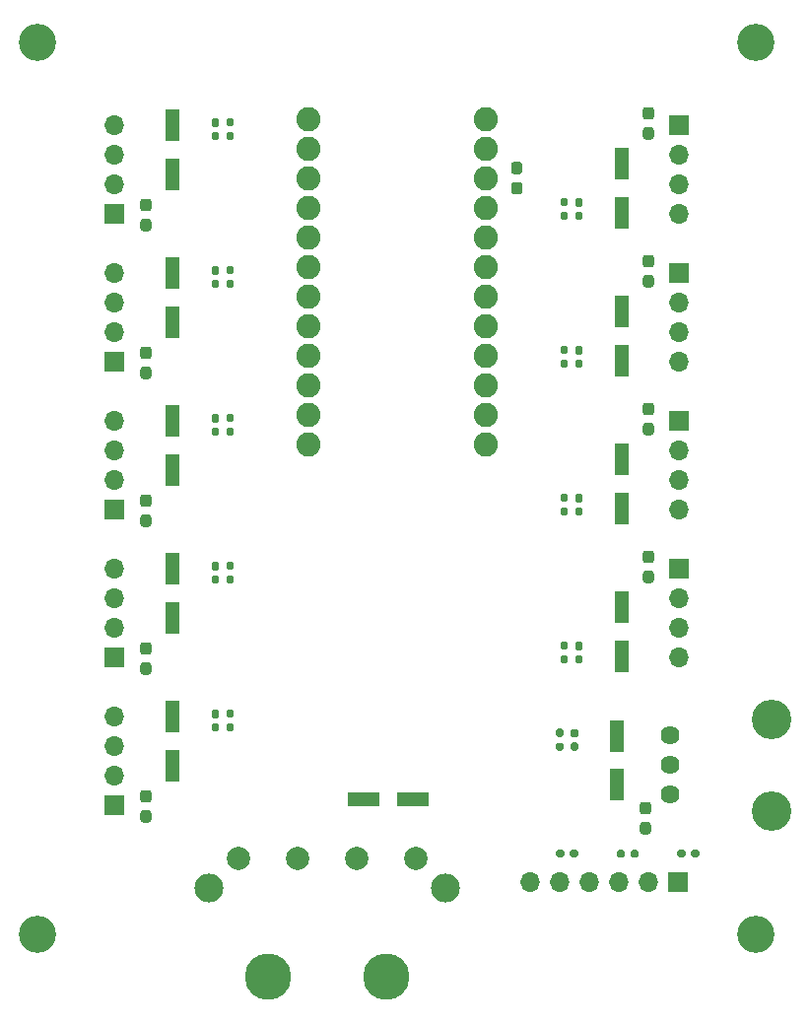
<source format=gbr>
%TF.GenerationSoftware,KiCad,Pcbnew,(5.1.7)-1*%
%TF.CreationDate,2020-11-16T09:35:31-07:00*%
%TF.ProjectId,RGB Controller,52474220-436f-46e7-9472-6f6c6c65722e,rev?*%
%TF.SameCoordinates,Original*%
%TF.FileFunction,Soldermask,Top*%
%TF.FilePolarity,Negative*%
%FSLAX46Y46*%
G04 Gerber Fmt 4.6, Leading zero omitted, Abs format (unit mm)*
G04 Created by KiCad (PCBNEW (5.1.7)-1) date 2020-11-16 09:35:31*
%MOMM*%
%LPD*%
G01*
G04 APERTURE LIST*
%ADD10C,2.082800*%
%ADD11R,1.219200X2.717800*%
%ADD12C,3.200000*%
%ADD13R,2.717800X1.219200*%
%ADD14O,1.700000X1.700000*%
%ADD15R,1.700000X1.700000*%
%ADD16C,3.400000*%
%ADD17C,1.624000*%
%ADD18C,3.987800*%
%ADD19C,2.489200*%
%ADD20C,2.006600*%
G04 APERTURE END LIST*
D10*
%TO.C,B1*%
X140970000Y-63500000D03*
X140970000Y-66040000D03*
X140970000Y-68580000D03*
X140970000Y-71120000D03*
X140970000Y-73660000D03*
X140970000Y-76200000D03*
X140970000Y-78740000D03*
X140970000Y-81280000D03*
X140970000Y-83820000D03*
X140970000Y-86360000D03*
X140970000Y-88900000D03*
X140970000Y-91440000D03*
X125730000Y-91440000D03*
X125730000Y-88900000D03*
X125730000Y-86360000D03*
X125730000Y-83820000D03*
X125730000Y-81280000D03*
X125730000Y-78740000D03*
X125730000Y-76200000D03*
X125730000Y-73660000D03*
X125730000Y-71120000D03*
X125730000Y-68580000D03*
X125730000Y-66040000D03*
X125730000Y-63500000D03*
%TD*%
%TO.C,C21*%
G36*
G01*
X154448500Y-123896000D02*
X154923500Y-123896000D01*
G75*
G02*
X155161000Y-124133500I0J-237500D01*
G01*
X155161000Y-124733500D01*
G75*
G02*
X154923500Y-124971000I-237500J0D01*
G01*
X154448500Y-124971000D01*
G75*
G02*
X154211000Y-124733500I0J237500D01*
G01*
X154211000Y-124133500D01*
G75*
G02*
X154448500Y-123896000I237500J0D01*
G01*
G37*
G36*
G01*
X154448500Y-122171000D02*
X154923500Y-122171000D01*
G75*
G02*
X155161000Y-122408500I0J-237500D01*
G01*
X155161000Y-123008500D01*
G75*
G02*
X154923500Y-123246000I-237500J0D01*
G01*
X154448500Y-123246000D01*
G75*
G02*
X154211000Y-123008500I0J237500D01*
G01*
X154211000Y-122408500D01*
G75*
G02*
X154448500Y-122171000I237500J0D01*
G01*
G37*
%TD*%
D11*
%TO.C,C8*%
X114046000Y-102171500D03*
X114046000Y-106362500D03*
%TD*%
D12*
%TO.C,REF\u002A\u002A*%
X102489000Y-133553200D03*
%TD*%
%TO.C,REF\u002A\u002A*%
X102489000Y-56946800D03*
%TD*%
%TO.C,REF\u002A\u002A*%
X164211000Y-133553200D03*
%TD*%
%TO.C,REF\u002A\u002A*%
X164211000Y-56946800D03*
%TD*%
%TO.C,C1*%
G36*
G01*
X143399500Y-68905000D02*
X143874500Y-68905000D01*
G75*
G02*
X144112000Y-69142500I0J-237500D01*
G01*
X144112000Y-69742500D01*
G75*
G02*
X143874500Y-69980000I-237500J0D01*
G01*
X143399500Y-69980000D01*
G75*
G02*
X143162000Y-69742500I0J237500D01*
G01*
X143162000Y-69142500D01*
G75*
G02*
X143399500Y-68905000I237500J0D01*
G01*
G37*
G36*
G01*
X143399500Y-67180000D02*
X143874500Y-67180000D01*
G75*
G02*
X144112000Y-67417500I0J-237500D01*
G01*
X144112000Y-68017500D01*
G75*
G02*
X143874500Y-68255000I-237500J0D01*
G01*
X143399500Y-68255000D01*
G75*
G02*
X143162000Y-68017500I0J237500D01*
G01*
X143162000Y-67417500D01*
G75*
G02*
X143399500Y-67180000I237500J0D01*
G01*
G37*
%TD*%
%TO.C,C2*%
G36*
G01*
X111997500Y-96830000D02*
X111522500Y-96830000D01*
G75*
G02*
X111285000Y-96592500I0J237500D01*
G01*
X111285000Y-95992500D01*
G75*
G02*
X111522500Y-95755000I237500J0D01*
G01*
X111997500Y-95755000D01*
G75*
G02*
X112235000Y-95992500I0J-237500D01*
G01*
X112235000Y-96592500D01*
G75*
G02*
X111997500Y-96830000I-237500J0D01*
G01*
G37*
G36*
G01*
X111997500Y-98555000D02*
X111522500Y-98555000D01*
G75*
G02*
X111285000Y-98317500I0J237500D01*
G01*
X111285000Y-97717500D01*
G75*
G02*
X111522500Y-97480000I237500J0D01*
G01*
X111997500Y-97480000D01*
G75*
G02*
X112235000Y-97717500I0J-237500D01*
G01*
X112235000Y-98317500D01*
G75*
G02*
X111997500Y-98555000I-237500J0D01*
G01*
G37*
%TD*%
%TO.C,C3*%
G36*
G01*
X111997500Y-109530000D02*
X111522500Y-109530000D01*
G75*
G02*
X111285000Y-109292500I0J237500D01*
G01*
X111285000Y-108692500D01*
G75*
G02*
X111522500Y-108455000I237500J0D01*
G01*
X111997500Y-108455000D01*
G75*
G02*
X112235000Y-108692500I0J-237500D01*
G01*
X112235000Y-109292500D01*
G75*
G02*
X111997500Y-109530000I-237500J0D01*
G01*
G37*
G36*
G01*
X111997500Y-111255000D02*
X111522500Y-111255000D01*
G75*
G02*
X111285000Y-111017500I0J237500D01*
G01*
X111285000Y-110417500D01*
G75*
G02*
X111522500Y-110180000I237500J0D01*
G01*
X111997500Y-110180000D01*
G75*
G02*
X112235000Y-110417500I0J-237500D01*
G01*
X112235000Y-111017500D01*
G75*
G02*
X111997500Y-111255000I-237500J0D01*
G01*
G37*
%TD*%
%TO.C,C4*%
G36*
G01*
X111997500Y-71430000D02*
X111522500Y-71430000D01*
G75*
G02*
X111285000Y-71192500I0J237500D01*
G01*
X111285000Y-70592500D01*
G75*
G02*
X111522500Y-70355000I237500J0D01*
G01*
X111997500Y-70355000D01*
G75*
G02*
X112235000Y-70592500I0J-237500D01*
G01*
X112235000Y-71192500D01*
G75*
G02*
X111997500Y-71430000I-237500J0D01*
G01*
G37*
G36*
G01*
X111997500Y-73155000D02*
X111522500Y-73155000D01*
G75*
G02*
X111285000Y-72917500I0J237500D01*
G01*
X111285000Y-72317500D01*
G75*
G02*
X111522500Y-72080000I237500J0D01*
G01*
X111997500Y-72080000D01*
G75*
G02*
X112235000Y-72317500I0J-237500D01*
G01*
X112235000Y-72917500D01*
G75*
G02*
X111997500Y-73155000I-237500J0D01*
G01*
G37*
%TD*%
%TO.C,C5*%
G36*
G01*
X111997500Y-84130000D02*
X111522500Y-84130000D01*
G75*
G02*
X111285000Y-83892500I0J237500D01*
G01*
X111285000Y-83292500D01*
G75*
G02*
X111522500Y-83055000I237500J0D01*
G01*
X111997500Y-83055000D01*
G75*
G02*
X112235000Y-83292500I0J-237500D01*
G01*
X112235000Y-83892500D01*
G75*
G02*
X111997500Y-84130000I-237500J0D01*
G01*
G37*
G36*
G01*
X111997500Y-85855000D02*
X111522500Y-85855000D01*
G75*
G02*
X111285000Y-85617500I0J237500D01*
G01*
X111285000Y-85017500D01*
G75*
G02*
X111522500Y-84780000I237500J0D01*
G01*
X111997500Y-84780000D01*
G75*
G02*
X112235000Y-85017500I0J-237500D01*
G01*
X112235000Y-85617500D01*
G75*
G02*
X111997500Y-85855000I-237500J0D01*
G01*
G37*
%TD*%
%TO.C,C6*%
G36*
G01*
X111997500Y-122230000D02*
X111522500Y-122230000D01*
G75*
G02*
X111285000Y-121992500I0J237500D01*
G01*
X111285000Y-121392500D01*
G75*
G02*
X111522500Y-121155000I237500J0D01*
G01*
X111997500Y-121155000D01*
G75*
G02*
X112235000Y-121392500I0J-237500D01*
G01*
X112235000Y-121992500D01*
G75*
G02*
X111997500Y-122230000I-237500J0D01*
G01*
G37*
G36*
G01*
X111997500Y-123955000D02*
X111522500Y-123955000D01*
G75*
G02*
X111285000Y-123717500I0J237500D01*
G01*
X111285000Y-123117500D01*
G75*
G02*
X111522500Y-122880000I237500J0D01*
G01*
X111997500Y-122880000D01*
G75*
G02*
X112235000Y-123117500I0J-237500D01*
G01*
X112235000Y-123717500D01*
G75*
G02*
X111997500Y-123955000I-237500J0D01*
G01*
G37*
%TD*%
D11*
%TO.C,C7*%
X114046000Y-89471500D03*
X114046000Y-93662500D03*
%TD*%
%TO.C,C9*%
X114046000Y-64071500D03*
X114046000Y-68262500D03*
%TD*%
%TO.C,C10*%
X114046000Y-76771500D03*
X114046000Y-80962500D03*
%TD*%
%TO.C,C11*%
X114046000Y-114871500D03*
X114046000Y-119062500D03*
%TD*%
%TO.C,C12*%
G36*
G01*
X117884000Y-89589000D02*
X117574000Y-89589000D01*
G75*
G02*
X117419000Y-89434000I0J155000D01*
G01*
X117419000Y-89009000D01*
G75*
G02*
X117574000Y-88854000I155000J0D01*
G01*
X117884000Y-88854000D01*
G75*
G02*
X118039000Y-89009000I0J-155000D01*
G01*
X118039000Y-89434000D01*
G75*
G02*
X117884000Y-89589000I-155000J0D01*
G01*
G37*
G36*
G01*
X117884000Y-90724000D02*
X117574000Y-90724000D01*
G75*
G02*
X117419000Y-90569000I0J155000D01*
G01*
X117419000Y-90144000D01*
G75*
G02*
X117574000Y-89989000I155000J0D01*
G01*
X117884000Y-89989000D01*
G75*
G02*
X118039000Y-90144000I0J-155000D01*
G01*
X118039000Y-90569000D01*
G75*
G02*
X117884000Y-90724000I-155000J0D01*
G01*
G37*
%TD*%
%TO.C,C13*%
G36*
G01*
X117884000Y-102289000D02*
X117574000Y-102289000D01*
G75*
G02*
X117419000Y-102134000I0J155000D01*
G01*
X117419000Y-101709000D01*
G75*
G02*
X117574000Y-101554000I155000J0D01*
G01*
X117884000Y-101554000D01*
G75*
G02*
X118039000Y-101709000I0J-155000D01*
G01*
X118039000Y-102134000D01*
G75*
G02*
X117884000Y-102289000I-155000J0D01*
G01*
G37*
G36*
G01*
X117884000Y-103424000D02*
X117574000Y-103424000D01*
G75*
G02*
X117419000Y-103269000I0J155000D01*
G01*
X117419000Y-102844000D01*
G75*
G02*
X117574000Y-102689000I155000J0D01*
G01*
X117884000Y-102689000D01*
G75*
G02*
X118039000Y-102844000I0J-155000D01*
G01*
X118039000Y-103269000D01*
G75*
G02*
X117884000Y-103424000I-155000J0D01*
G01*
G37*
%TD*%
%TO.C,C14*%
G36*
G01*
X117884000Y-64189000D02*
X117574000Y-64189000D01*
G75*
G02*
X117419000Y-64034000I0J155000D01*
G01*
X117419000Y-63609000D01*
G75*
G02*
X117574000Y-63454000I155000J0D01*
G01*
X117884000Y-63454000D01*
G75*
G02*
X118039000Y-63609000I0J-155000D01*
G01*
X118039000Y-64034000D01*
G75*
G02*
X117884000Y-64189000I-155000J0D01*
G01*
G37*
G36*
G01*
X117884000Y-65324000D02*
X117574000Y-65324000D01*
G75*
G02*
X117419000Y-65169000I0J155000D01*
G01*
X117419000Y-64744000D01*
G75*
G02*
X117574000Y-64589000I155000J0D01*
G01*
X117884000Y-64589000D01*
G75*
G02*
X118039000Y-64744000I0J-155000D01*
G01*
X118039000Y-65169000D01*
G75*
G02*
X117884000Y-65324000I-155000J0D01*
G01*
G37*
%TD*%
%TO.C,C15*%
G36*
G01*
X117884000Y-76889000D02*
X117574000Y-76889000D01*
G75*
G02*
X117419000Y-76734000I0J155000D01*
G01*
X117419000Y-76309000D01*
G75*
G02*
X117574000Y-76154000I155000J0D01*
G01*
X117884000Y-76154000D01*
G75*
G02*
X118039000Y-76309000I0J-155000D01*
G01*
X118039000Y-76734000D01*
G75*
G02*
X117884000Y-76889000I-155000J0D01*
G01*
G37*
G36*
G01*
X117884000Y-78024000D02*
X117574000Y-78024000D01*
G75*
G02*
X117419000Y-77869000I0J155000D01*
G01*
X117419000Y-77444000D01*
G75*
G02*
X117574000Y-77289000I155000J0D01*
G01*
X117884000Y-77289000D01*
G75*
G02*
X118039000Y-77444000I0J-155000D01*
G01*
X118039000Y-77869000D01*
G75*
G02*
X117884000Y-78024000I-155000J0D01*
G01*
G37*
%TD*%
%TO.C,C16*%
G36*
G01*
X117884000Y-114989000D02*
X117574000Y-114989000D01*
G75*
G02*
X117419000Y-114834000I0J155000D01*
G01*
X117419000Y-114409000D01*
G75*
G02*
X117574000Y-114254000I155000J0D01*
G01*
X117884000Y-114254000D01*
G75*
G02*
X118039000Y-114409000I0J-155000D01*
G01*
X118039000Y-114834000D01*
G75*
G02*
X117884000Y-114989000I-155000J0D01*
G01*
G37*
G36*
G01*
X117884000Y-116124000D02*
X117574000Y-116124000D01*
G75*
G02*
X117419000Y-115969000I0J155000D01*
G01*
X117419000Y-115544000D01*
G75*
G02*
X117574000Y-115389000I155000J0D01*
G01*
X117884000Y-115389000D01*
G75*
G02*
X118039000Y-115544000I0J-155000D01*
G01*
X118039000Y-115969000D01*
G75*
G02*
X117884000Y-116124000I-155000J0D01*
G01*
G37*
%TD*%
%TO.C,C17*%
G36*
G01*
X154702500Y-64206000D02*
X155177500Y-64206000D01*
G75*
G02*
X155415000Y-64443500I0J-237500D01*
G01*
X155415000Y-65043500D01*
G75*
G02*
X155177500Y-65281000I-237500J0D01*
G01*
X154702500Y-65281000D01*
G75*
G02*
X154465000Y-65043500I0J237500D01*
G01*
X154465000Y-64443500D01*
G75*
G02*
X154702500Y-64206000I237500J0D01*
G01*
G37*
G36*
G01*
X154702500Y-62481000D02*
X155177500Y-62481000D01*
G75*
G02*
X155415000Y-62718500I0J-237500D01*
G01*
X155415000Y-63318500D01*
G75*
G02*
X155177500Y-63556000I-237500J0D01*
G01*
X154702500Y-63556000D01*
G75*
G02*
X154465000Y-63318500I0J237500D01*
G01*
X154465000Y-62718500D01*
G75*
G02*
X154702500Y-62481000I237500J0D01*
G01*
G37*
%TD*%
%TO.C,C18*%
G36*
G01*
X154702500Y-76906000D02*
X155177500Y-76906000D01*
G75*
G02*
X155415000Y-77143500I0J-237500D01*
G01*
X155415000Y-77743500D01*
G75*
G02*
X155177500Y-77981000I-237500J0D01*
G01*
X154702500Y-77981000D01*
G75*
G02*
X154465000Y-77743500I0J237500D01*
G01*
X154465000Y-77143500D01*
G75*
G02*
X154702500Y-76906000I237500J0D01*
G01*
G37*
G36*
G01*
X154702500Y-75181000D02*
X155177500Y-75181000D01*
G75*
G02*
X155415000Y-75418500I0J-237500D01*
G01*
X155415000Y-76018500D01*
G75*
G02*
X155177500Y-76256000I-237500J0D01*
G01*
X154702500Y-76256000D01*
G75*
G02*
X154465000Y-76018500I0J237500D01*
G01*
X154465000Y-75418500D01*
G75*
G02*
X154702500Y-75181000I237500J0D01*
G01*
G37*
%TD*%
%TO.C,C19*%
G36*
G01*
X154702500Y-89606000D02*
X155177500Y-89606000D01*
G75*
G02*
X155415000Y-89843500I0J-237500D01*
G01*
X155415000Y-90443500D01*
G75*
G02*
X155177500Y-90681000I-237500J0D01*
G01*
X154702500Y-90681000D01*
G75*
G02*
X154465000Y-90443500I0J237500D01*
G01*
X154465000Y-89843500D01*
G75*
G02*
X154702500Y-89606000I237500J0D01*
G01*
G37*
G36*
G01*
X154702500Y-87881000D02*
X155177500Y-87881000D01*
G75*
G02*
X155415000Y-88118500I0J-237500D01*
G01*
X155415000Y-88718500D01*
G75*
G02*
X155177500Y-88956000I-237500J0D01*
G01*
X154702500Y-88956000D01*
G75*
G02*
X154465000Y-88718500I0J237500D01*
G01*
X154465000Y-88118500D01*
G75*
G02*
X154702500Y-87881000I237500J0D01*
G01*
G37*
%TD*%
%TO.C,C20*%
G36*
G01*
X154702500Y-102306000D02*
X155177500Y-102306000D01*
G75*
G02*
X155415000Y-102543500I0J-237500D01*
G01*
X155415000Y-103143500D01*
G75*
G02*
X155177500Y-103381000I-237500J0D01*
G01*
X154702500Y-103381000D01*
G75*
G02*
X154465000Y-103143500I0J237500D01*
G01*
X154465000Y-102543500D01*
G75*
G02*
X154702500Y-102306000I237500J0D01*
G01*
G37*
G36*
G01*
X154702500Y-100581000D02*
X155177500Y-100581000D01*
G75*
G02*
X155415000Y-100818500I0J-237500D01*
G01*
X155415000Y-101418500D01*
G75*
G02*
X155177500Y-101656000I-237500J0D01*
G01*
X154702500Y-101656000D01*
G75*
G02*
X154465000Y-101418500I0J237500D01*
G01*
X154465000Y-100818500D01*
G75*
G02*
X154702500Y-100581000I237500J0D01*
G01*
G37*
%TD*%
%TO.C,C22*%
X152654000Y-71564500D03*
X152654000Y-67373500D03*
%TD*%
%TO.C,C23*%
X152654000Y-84264500D03*
X152654000Y-80073500D03*
%TD*%
%TO.C,C24*%
X152654000Y-96964500D03*
X152654000Y-92773500D03*
%TD*%
%TO.C,C25*%
X152654000Y-109664500D03*
X152654000Y-105473500D03*
%TD*%
%TO.C,C26*%
X152273000Y-116522500D03*
X152273000Y-120713500D03*
%TD*%
%TO.C,C27*%
G36*
G01*
X148816000Y-71447000D02*
X149126000Y-71447000D01*
G75*
G02*
X149281000Y-71602000I0J-155000D01*
G01*
X149281000Y-72027000D01*
G75*
G02*
X149126000Y-72182000I-155000J0D01*
G01*
X148816000Y-72182000D01*
G75*
G02*
X148661000Y-72027000I0J155000D01*
G01*
X148661000Y-71602000D01*
G75*
G02*
X148816000Y-71447000I155000J0D01*
G01*
G37*
G36*
G01*
X148816000Y-70312000D02*
X149126000Y-70312000D01*
G75*
G02*
X149281000Y-70467000I0J-155000D01*
G01*
X149281000Y-70892000D01*
G75*
G02*
X149126000Y-71047000I-155000J0D01*
G01*
X148816000Y-71047000D01*
G75*
G02*
X148661000Y-70892000I0J155000D01*
G01*
X148661000Y-70467000D01*
G75*
G02*
X148816000Y-70312000I155000J0D01*
G01*
G37*
%TD*%
%TO.C,C28*%
G36*
G01*
X148816000Y-84147000D02*
X149126000Y-84147000D01*
G75*
G02*
X149281000Y-84302000I0J-155000D01*
G01*
X149281000Y-84727000D01*
G75*
G02*
X149126000Y-84882000I-155000J0D01*
G01*
X148816000Y-84882000D01*
G75*
G02*
X148661000Y-84727000I0J155000D01*
G01*
X148661000Y-84302000D01*
G75*
G02*
X148816000Y-84147000I155000J0D01*
G01*
G37*
G36*
G01*
X148816000Y-83012000D02*
X149126000Y-83012000D01*
G75*
G02*
X149281000Y-83167000I0J-155000D01*
G01*
X149281000Y-83592000D01*
G75*
G02*
X149126000Y-83747000I-155000J0D01*
G01*
X148816000Y-83747000D01*
G75*
G02*
X148661000Y-83592000I0J155000D01*
G01*
X148661000Y-83167000D01*
G75*
G02*
X148816000Y-83012000I155000J0D01*
G01*
G37*
%TD*%
%TO.C,C29*%
G36*
G01*
X148816000Y-96847000D02*
X149126000Y-96847000D01*
G75*
G02*
X149281000Y-97002000I0J-155000D01*
G01*
X149281000Y-97427000D01*
G75*
G02*
X149126000Y-97582000I-155000J0D01*
G01*
X148816000Y-97582000D01*
G75*
G02*
X148661000Y-97427000I0J155000D01*
G01*
X148661000Y-97002000D01*
G75*
G02*
X148816000Y-96847000I155000J0D01*
G01*
G37*
G36*
G01*
X148816000Y-95712000D02*
X149126000Y-95712000D01*
G75*
G02*
X149281000Y-95867000I0J-155000D01*
G01*
X149281000Y-96292000D01*
G75*
G02*
X149126000Y-96447000I-155000J0D01*
G01*
X148816000Y-96447000D01*
G75*
G02*
X148661000Y-96292000I0J155000D01*
G01*
X148661000Y-95867000D01*
G75*
G02*
X148816000Y-95712000I155000J0D01*
G01*
G37*
%TD*%
%TO.C,C30*%
G36*
G01*
X148816000Y-109547000D02*
X149126000Y-109547000D01*
G75*
G02*
X149281000Y-109702000I0J-155000D01*
G01*
X149281000Y-110127000D01*
G75*
G02*
X149126000Y-110282000I-155000J0D01*
G01*
X148816000Y-110282000D01*
G75*
G02*
X148661000Y-110127000I0J155000D01*
G01*
X148661000Y-109702000D01*
G75*
G02*
X148816000Y-109547000I155000J0D01*
G01*
G37*
G36*
G01*
X148816000Y-108412000D02*
X149126000Y-108412000D01*
G75*
G02*
X149281000Y-108567000I0J-155000D01*
G01*
X149281000Y-108992000D01*
G75*
G02*
X149126000Y-109147000I-155000J0D01*
G01*
X148816000Y-109147000D01*
G75*
G02*
X148661000Y-108992000I0J155000D01*
G01*
X148661000Y-108567000D01*
G75*
G02*
X148816000Y-108412000I155000J0D01*
G01*
G37*
%TD*%
%TO.C,C31*%
G36*
G01*
X148745000Y-116640000D02*
X148435000Y-116640000D01*
G75*
G02*
X148280000Y-116485000I0J155000D01*
G01*
X148280000Y-116060000D01*
G75*
G02*
X148435000Y-115905000I155000J0D01*
G01*
X148745000Y-115905000D01*
G75*
G02*
X148900000Y-116060000I0J-155000D01*
G01*
X148900000Y-116485000D01*
G75*
G02*
X148745000Y-116640000I-155000J0D01*
G01*
G37*
G36*
G01*
X148745000Y-117775000D02*
X148435000Y-117775000D01*
G75*
G02*
X148280000Y-117620000I0J155000D01*
G01*
X148280000Y-117195000D01*
G75*
G02*
X148435000Y-117040000I155000J0D01*
G01*
X148745000Y-117040000D01*
G75*
G02*
X148900000Y-117195000I0J-155000D01*
G01*
X148900000Y-117620000D01*
G75*
G02*
X148745000Y-117775000I-155000J0D01*
G01*
G37*
%TD*%
D13*
%TO.C,C32*%
X130492500Y-121920000D03*
X134683500Y-121920000D03*
%TD*%
D14*
%TO.C,J1*%
X144780000Y-129032000D03*
X147320000Y-129032000D03*
X149860000Y-129032000D03*
X152400000Y-129032000D03*
X154940000Y-129032000D03*
D15*
X157480000Y-129032000D03*
%TD*%
D14*
%TO.C,J2*%
X109093000Y-89408000D03*
X109093000Y-91948000D03*
X109093000Y-94488000D03*
D15*
X109093000Y-97028000D03*
%TD*%
D14*
%TO.C,J3*%
X109093000Y-102108000D03*
X109093000Y-104648000D03*
X109093000Y-107188000D03*
D15*
X109093000Y-109728000D03*
%TD*%
D14*
%TO.C,J4*%
X109093000Y-64008000D03*
X109093000Y-66548000D03*
X109093000Y-69088000D03*
D15*
X109093000Y-71628000D03*
%TD*%
D14*
%TO.C,J5*%
X109093000Y-76708000D03*
X109093000Y-79248000D03*
X109093000Y-81788000D03*
D15*
X109093000Y-84328000D03*
%TD*%
D14*
%TO.C,J6*%
X109093000Y-114808000D03*
X109093000Y-117348000D03*
X109093000Y-119888000D03*
D15*
X109093000Y-122428000D03*
%TD*%
D14*
%TO.C,J7*%
X157607000Y-71628000D03*
X157607000Y-69088000D03*
X157607000Y-66548000D03*
D15*
X157607000Y-64008000D03*
%TD*%
D14*
%TO.C,J8*%
X157607000Y-84328000D03*
X157607000Y-81788000D03*
X157607000Y-79248000D03*
D15*
X157607000Y-76708000D03*
%TD*%
D14*
%TO.C,J9*%
X157607000Y-97028000D03*
X157607000Y-94488000D03*
X157607000Y-91948000D03*
D15*
X157607000Y-89408000D03*
%TD*%
D14*
%TO.C,J10*%
X157607000Y-109728000D03*
X157607000Y-107188000D03*
X157607000Y-104648000D03*
D15*
X157607000Y-102108000D03*
%TD*%
D16*
%TO.C,J11*%
X165485000Y-122939000D03*
X165485000Y-115059000D03*
D17*
X156845000Y-121539000D03*
X156845000Y-116459000D03*
X156845000Y-118999000D03*
%TD*%
D18*
%TO.C,J12*%
X132461000Y-137160000D03*
X122301000Y-137160000D03*
D19*
X137541000Y-129540000D03*
X117221000Y-129540000D03*
D20*
X135001000Y-127000000D03*
X129921000Y-127000000D03*
X124841000Y-127000000D03*
X119761000Y-127000000D03*
%TD*%
%TO.C,R1*%
G36*
G01*
X119159000Y-89549000D02*
X118839000Y-89549000D01*
G75*
G02*
X118679000Y-89389000I0J160000D01*
G01*
X118679000Y-88994000D01*
G75*
G02*
X118839000Y-88834000I160000J0D01*
G01*
X119159000Y-88834000D01*
G75*
G02*
X119319000Y-88994000I0J-160000D01*
G01*
X119319000Y-89389000D01*
G75*
G02*
X119159000Y-89549000I-160000J0D01*
G01*
G37*
G36*
G01*
X119159000Y-90744000D02*
X118839000Y-90744000D01*
G75*
G02*
X118679000Y-90584000I0J160000D01*
G01*
X118679000Y-90189000D01*
G75*
G02*
X118839000Y-90029000I160000J0D01*
G01*
X119159000Y-90029000D01*
G75*
G02*
X119319000Y-90189000I0J-160000D01*
G01*
X119319000Y-90584000D01*
G75*
G02*
X119159000Y-90744000I-160000J0D01*
G01*
G37*
%TD*%
%TO.C,R2*%
G36*
G01*
X119159000Y-103444000D02*
X118839000Y-103444000D01*
G75*
G02*
X118679000Y-103284000I0J160000D01*
G01*
X118679000Y-102889000D01*
G75*
G02*
X118839000Y-102729000I160000J0D01*
G01*
X119159000Y-102729000D01*
G75*
G02*
X119319000Y-102889000I0J-160000D01*
G01*
X119319000Y-103284000D01*
G75*
G02*
X119159000Y-103444000I-160000J0D01*
G01*
G37*
G36*
G01*
X119159000Y-102249000D02*
X118839000Y-102249000D01*
G75*
G02*
X118679000Y-102089000I0J160000D01*
G01*
X118679000Y-101694000D01*
G75*
G02*
X118839000Y-101534000I160000J0D01*
G01*
X119159000Y-101534000D01*
G75*
G02*
X119319000Y-101694000I0J-160000D01*
G01*
X119319000Y-102089000D01*
G75*
G02*
X119159000Y-102249000I-160000J0D01*
G01*
G37*
%TD*%
%TO.C,R3*%
G36*
G01*
X119159000Y-65344000D02*
X118839000Y-65344000D01*
G75*
G02*
X118679000Y-65184000I0J160000D01*
G01*
X118679000Y-64789000D01*
G75*
G02*
X118839000Y-64629000I160000J0D01*
G01*
X119159000Y-64629000D01*
G75*
G02*
X119319000Y-64789000I0J-160000D01*
G01*
X119319000Y-65184000D01*
G75*
G02*
X119159000Y-65344000I-160000J0D01*
G01*
G37*
G36*
G01*
X119159000Y-64149000D02*
X118839000Y-64149000D01*
G75*
G02*
X118679000Y-63989000I0J160000D01*
G01*
X118679000Y-63594000D01*
G75*
G02*
X118839000Y-63434000I160000J0D01*
G01*
X119159000Y-63434000D01*
G75*
G02*
X119319000Y-63594000I0J-160000D01*
G01*
X119319000Y-63989000D01*
G75*
G02*
X119159000Y-64149000I-160000J0D01*
G01*
G37*
%TD*%
%TO.C,R4*%
G36*
G01*
X119159000Y-76849000D02*
X118839000Y-76849000D01*
G75*
G02*
X118679000Y-76689000I0J160000D01*
G01*
X118679000Y-76294000D01*
G75*
G02*
X118839000Y-76134000I160000J0D01*
G01*
X119159000Y-76134000D01*
G75*
G02*
X119319000Y-76294000I0J-160000D01*
G01*
X119319000Y-76689000D01*
G75*
G02*
X119159000Y-76849000I-160000J0D01*
G01*
G37*
G36*
G01*
X119159000Y-78044000D02*
X118839000Y-78044000D01*
G75*
G02*
X118679000Y-77884000I0J160000D01*
G01*
X118679000Y-77489000D01*
G75*
G02*
X118839000Y-77329000I160000J0D01*
G01*
X119159000Y-77329000D01*
G75*
G02*
X119319000Y-77489000I0J-160000D01*
G01*
X119319000Y-77884000D01*
G75*
G02*
X119159000Y-78044000I-160000J0D01*
G01*
G37*
%TD*%
%TO.C,R5*%
G36*
G01*
X119159000Y-114949000D02*
X118839000Y-114949000D01*
G75*
G02*
X118679000Y-114789000I0J160000D01*
G01*
X118679000Y-114394000D01*
G75*
G02*
X118839000Y-114234000I160000J0D01*
G01*
X119159000Y-114234000D01*
G75*
G02*
X119319000Y-114394000I0J-160000D01*
G01*
X119319000Y-114789000D01*
G75*
G02*
X119159000Y-114949000I-160000J0D01*
G01*
G37*
G36*
G01*
X119159000Y-116144000D02*
X118839000Y-116144000D01*
G75*
G02*
X118679000Y-115984000I0J160000D01*
G01*
X118679000Y-115589000D01*
G75*
G02*
X118839000Y-115429000I160000J0D01*
G01*
X119159000Y-115429000D01*
G75*
G02*
X119319000Y-115589000I0J-160000D01*
G01*
X119319000Y-115984000D01*
G75*
G02*
X119159000Y-116144000I-160000J0D01*
G01*
G37*
%TD*%
%TO.C,R6*%
G36*
G01*
X147541000Y-70292000D02*
X147861000Y-70292000D01*
G75*
G02*
X148021000Y-70452000I0J-160000D01*
G01*
X148021000Y-70847000D01*
G75*
G02*
X147861000Y-71007000I-160000J0D01*
G01*
X147541000Y-71007000D01*
G75*
G02*
X147381000Y-70847000I0J160000D01*
G01*
X147381000Y-70452000D01*
G75*
G02*
X147541000Y-70292000I160000J0D01*
G01*
G37*
G36*
G01*
X147541000Y-71487000D02*
X147861000Y-71487000D01*
G75*
G02*
X148021000Y-71647000I0J-160000D01*
G01*
X148021000Y-72042000D01*
G75*
G02*
X147861000Y-72202000I-160000J0D01*
G01*
X147541000Y-72202000D01*
G75*
G02*
X147381000Y-72042000I0J160000D01*
G01*
X147381000Y-71647000D01*
G75*
G02*
X147541000Y-71487000I160000J0D01*
G01*
G37*
%TD*%
%TO.C,R7*%
G36*
G01*
X147541000Y-84187000D02*
X147861000Y-84187000D01*
G75*
G02*
X148021000Y-84347000I0J-160000D01*
G01*
X148021000Y-84742000D01*
G75*
G02*
X147861000Y-84902000I-160000J0D01*
G01*
X147541000Y-84902000D01*
G75*
G02*
X147381000Y-84742000I0J160000D01*
G01*
X147381000Y-84347000D01*
G75*
G02*
X147541000Y-84187000I160000J0D01*
G01*
G37*
G36*
G01*
X147541000Y-82992000D02*
X147861000Y-82992000D01*
G75*
G02*
X148021000Y-83152000I0J-160000D01*
G01*
X148021000Y-83547000D01*
G75*
G02*
X147861000Y-83707000I-160000J0D01*
G01*
X147541000Y-83707000D01*
G75*
G02*
X147381000Y-83547000I0J160000D01*
G01*
X147381000Y-83152000D01*
G75*
G02*
X147541000Y-82992000I160000J0D01*
G01*
G37*
%TD*%
%TO.C,R8*%
G36*
G01*
X147541000Y-95692000D02*
X147861000Y-95692000D01*
G75*
G02*
X148021000Y-95852000I0J-160000D01*
G01*
X148021000Y-96247000D01*
G75*
G02*
X147861000Y-96407000I-160000J0D01*
G01*
X147541000Y-96407000D01*
G75*
G02*
X147381000Y-96247000I0J160000D01*
G01*
X147381000Y-95852000D01*
G75*
G02*
X147541000Y-95692000I160000J0D01*
G01*
G37*
G36*
G01*
X147541000Y-96887000D02*
X147861000Y-96887000D01*
G75*
G02*
X148021000Y-97047000I0J-160000D01*
G01*
X148021000Y-97442000D01*
G75*
G02*
X147861000Y-97602000I-160000J0D01*
G01*
X147541000Y-97602000D01*
G75*
G02*
X147381000Y-97442000I0J160000D01*
G01*
X147381000Y-97047000D01*
G75*
G02*
X147541000Y-96887000I160000J0D01*
G01*
G37*
%TD*%
%TO.C,R9*%
G36*
G01*
X147541000Y-108392000D02*
X147861000Y-108392000D01*
G75*
G02*
X148021000Y-108552000I0J-160000D01*
G01*
X148021000Y-108947000D01*
G75*
G02*
X147861000Y-109107000I-160000J0D01*
G01*
X147541000Y-109107000D01*
G75*
G02*
X147381000Y-108947000I0J160000D01*
G01*
X147381000Y-108552000D01*
G75*
G02*
X147541000Y-108392000I160000J0D01*
G01*
G37*
G36*
G01*
X147541000Y-109587000D02*
X147861000Y-109587000D01*
G75*
G02*
X148021000Y-109747000I0J-160000D01*
G01*
X148021000Y-110142000D01*
G75*
G02*
X147861000Y-110302000I-160000J0D01*
G01*
X147541000Y-110302000D01*
G75*
G02*
X147381000Y-110142000I0J160000D01*
G01*
X147381000Y-109747000D01*
G75*
G02*
X147541000Y-109587000I160000J0D01*
G01*
G37*
%TD*%
%TO.C,R10*%
G36*
G01*
X147480000Y-116600000D02*
X147160000Y-116600000D01*
G75*
G02*
X147000000Y-116440000I0J160000D01*
G01*
X147000000Y-116045000D01*
G75*
G02*
X147160000Y-115885000I160000J0D01*
G01*
X147480000Y-115885000D01*
G75*
G02*
X147640000Y-116045000I0J-160000D01*
G01*
X147640000Y-116440000D01*
G75*
G02*
X147480000Y-116600000I-160000J0D01*
G01*
G37*
G36*
G01*
X147480000Y-117795000D02*
X147160000Y-117795000D01*
G75*
G02*
X147000000Y-117635000I0J160000D01*
G01*
X147000000Y-117240000D01*
G75*
G02*
X147160000Y-117080000I160000J0D01*
G01*
X147480000Y-117080000D01*
G75*
G02*
X147640000Y-117240000I0J-160000D01*
G01*
X147640000Y-117635000D01*
G75*
G02*
X147480000Y-117795000I-160000J0D01*
G01*
G37*
%TD*%
%TO.C,R11*%
G36*
G01*
X157414000Y-126779000D02*
X157414000Y-126459000D01*
G75*
G02*
X157574000Y-126299000I160000J0D01*
G01*
X157969000Y-126299000D01*
G75*
G02*
X158129000Y-126459000I0J-160000D01*
G01*
X158129000Y-126779000D01*
G75*
G02*
X157969000Y-126939000I-160000J0D01*
G01*
X157574000Y-126939000D01*
G75*
G02*
X157414000Y-126779000I0J160000D01*
G01*
G37*
G36*
G01*
X158609000Y-126779000D02*
X158609000Y-126459000D01*
G75*
G02*
X158769000Y-126299000I160000J0D01*
G01*
X159164000Y-126299000D01*
G75*
G02*
X159324000Y-126459000I0J-160000D01*
G01*
X159324000Y-126779000D01*
G75*
G02*
X159164000Y-126939000I-160000J0D01*
G01*
X158769000Y-126939000D01*
G75*
G02*
X158609000Y-126779000I0J160000D01*
G01*
G37*
%TD*%
%TO.C,R12*%
G36*
G01*
X153402000Y-126779000D02*
X153402000Y-126459000D01*
G75*
G02*
X153562000Y-126299000I160000J0D01*
G01*
X153957000Y-126299000D01*
G75*
G02*
X154117000Y-126459000I0J-160000D01*
G01*
X154117000Y-126779000D01*
G75*
G02*
X153957000Y-126939000I-160000J0D01*
G01*
X153562000Y-126939000D01*
G75*
G02*
X153402000Y-126779000I0J160000D01*
G01*
G37*
G36*
G01*
X152207000Y-126779000D02*
X152207000Y-126459000D01*
G75*
G02*
X152367000Y-126299000I160000J0D01*
G01*
X152762000Y-126299000D01*
G75*
G02*
X152922000Y-126459000I0J-160000D01*
G01*
X152922000Y-126779000D01*
G75*
G02*
X152762000Y-126939000I-160000J0D01*
G01*
X152367000Y-126939000D01*
G75*
G02*
X152207000Y-126779000I0J160000D01*
G01*
G37*
%TD*%
%TO.C,R13*%
G36*
G01*
X147000000Y-126779000D02*
X147000000Y-126459000D01*
G75*
G02*
X147160000Y-126299000I160000J0D01*
G01*
X147555000Y-126299000D01*
G75*
G02*
X147715000Y-126459000I0J-160000D01*
G01*
X147715000Y-126779000D01*
G75*
G02*
X147555000Y-126939000I-160000J0D01*
G01*
X147160000Y-126939000D01*
G75*
G02*
X147000000Y-126779000I0J160000D01*
G01*
G37*
G36*
G01*
X148195000Y-126779000D02*
X148195000Y-126459000D01*
G75*
G02*
X148355000Y-126299000I160000J0D01*
G01*
X148750000Y-126299000D01*
G75*
G02*
X148910000Y-126459000I0J-160000D01*
G01*
X148910000Y-126779000D01*
G75*
G02*
X148750000Y-126939000I-160000J0D01*
G01*
X148355000Y-126939000D01*
G75*
G02*
X148195000Y-126779000I0J160000D01*
G01*
G37*
%TD*%
M02*

</source>
